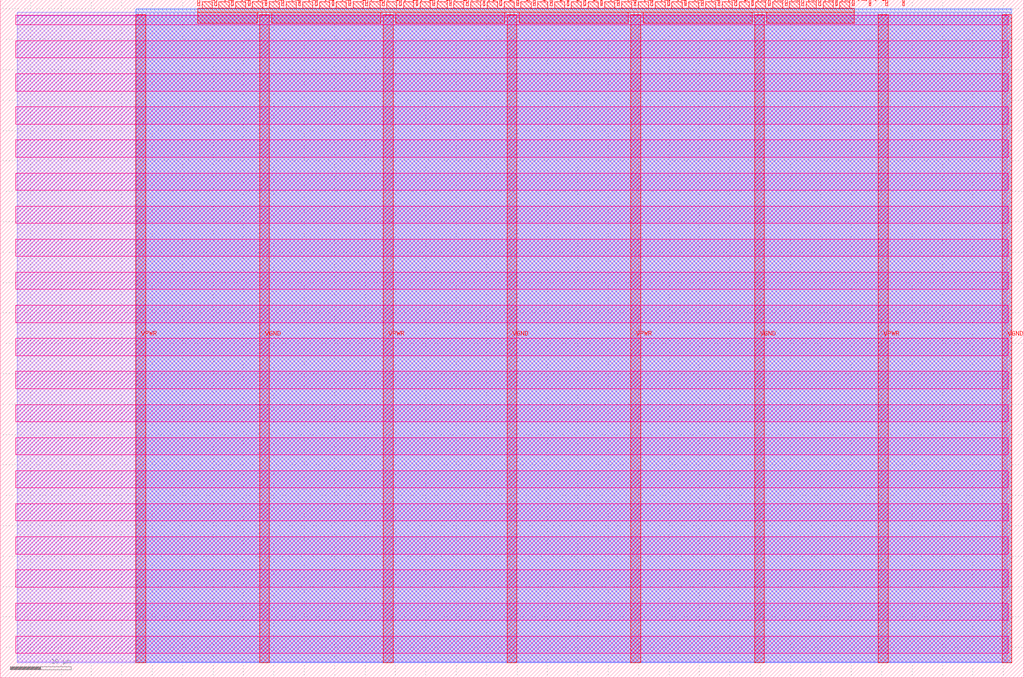
<source format=lef>
VERSION 5.7 ;
  NOWIREEXTENSIONATPIN ON ;
  DIVIDERCHAR "/" ;
  BUSBITCHARS "[]" ;
MACRO tt_um_wokwi_380408396356749313_dup
  CLASS BLOCK ;
  FOREIGN tt_um_wokwi_380408396356749313_dup ;
  ORIGIN 0.000 0.000 ;
  SIZE 168.360 BY 111.520 ;
  PIN VGND
    DIRECTION INOUT ;
    USE GROUND ;
    PORT
      LAYER met4 ;
        RECT 42.670 2.480 44.270 109.040 ;
    END
    PORT
      LAYER met4 ;
        RECT 83.380 2.480 84.980 109.040 ;
    END
    PORT
      LAYER met4 ;
        RECT 124.090 2.480 125.690 109.040 ;
    END
    PORT
      LAYER met4 ;
        RECT 164.800 2.480 166.400 109.040 ;
    END
  END VGND
  PIN VPWR
    DIRECTION INOUT ;
    USE POWER ;
    PORT
      LAYER met4 ;
        RECT 22.315 2.480 23.915 109.040 ;
    END
    PORT
      LAYER met4 ;
        RECT 63.025 2.480 64.625 109.040 ;
    END
    PORT
      LAYER met4 ;
        RECT 103.735 2.480 105.335 109.040 ;
    END
    PORT
      LAYER met4 ;
        RECT 144.445 2.480 146.045 109.040 ;
    END
  END VPWR
  PIN clk
    DIRECTION INPUT ;
    USE SIGNAL ;
    PORT
      LAYER met4 ;
        RECT 145.670 110.520 145.970 111.520 ;
    END
  END clk
  PIN ena
    DIRECTION INPUT ;
    USE SIGNAL ;
    PORT
      LAYER met4 ;
        RECT 148.430 110.520 148.730 111.520 ;
    END
  END ena
  PIN rst_n
    DIRECTION INPUT ;
    USE SIGNAL ;
    PORT
      LAYER met4 ;
        RECT 142.910 110.520 143.210 111.520 ;
    END
  END rst_n
  PIN ui_in[0]
    DIRECTION INPUT ;
    USE SIGNAL ;
    ANTENNAGATEAREA 0.196500 ;
    PORT
      LAYER met4 ;
        RECT 140.150 110.520 140.450 111.520 ;
    END
  END ui_in[0]
  PIN ui_in[1]
    DIRECTION INPUT ;
    USE SIGNAL ;
    PORT
      LAYER met4 ;
        RECT 137.390 110.520 137.690 111.520 ;
    END
  END ui_in[1]
  PIN ui_in[2]
    DIRECTION INPUT ;
    USE SIGNAL ;
    PORT
      LAYER met4 ;
        RECT 134.630 110.520 134.930 111.520 ;
    END
  END ui_in[2]
  PIN ui_in[3]
    DIRECTION INPUT ;
    USE SIGNAL ;
    PORT
      LAYER met4 ;
        RECT 131.870 110.520 132.170 111.520 ;
    END
  END ui_in[3]
  PIN ui_in[4]
    DIRECTION INPUT ;
    USE SIGNAL ;
    PORT
      LAYER met4 ;
        RECT 129.110 110.520 129.410 111.520 ;
    END
  END ui_in[4]
  PIN ui_in[5]
    DIRECTION INPUT ;
    USE SIGNAL ;
    PORT
      LAYER met4 ;
        RECT 126.350 110.520 126.650 111.520 ;
    END
  END ui_in[5]
  PIN ui_in[6]
    DIRECTION INPUT ;
    USE SIGNAL ;
    PORT
      LAYER met4 ;
        RECT 123.590 110.520 123.890 111.520 ;
    END
  END ui_in[6]
  PIN ui_in[7]
    DIRECTION INPUT ;
    USE SIGNAL ;
    PORT
      LAYER met4 ;
        RECT 120.830 110.520 121.130 111.520 ;
    END
  END ui_in[7]
  PIN uio_in[0]
    DIRECTION INPUT ;
    USE SIGNAL ;
    PORT
      LAYER met4 ;
        RECT 118.070 110.520 118.370 111.520 ;
    END
  END uio_in[0]
  PIN uio_in[1]
    DIRECTION INPUT ;
    USE SIGNAL ;
    PORT
      LAYER met4 ;
        RECT 115.310 110.520 115.610 111.520 ;
    END
  END uio_in[1]
  PIN uio_in[2]
    DIRECTION INPUT ;
    USE SIGNAL ;
    PORT
      LAYER met4 ;
        RECT 112.550 110.520 112.850 111.520 ;
    END
  END uio_in[2]
  PIN uio_in[3]
    DIRECTION INPUT ;
    USE SIGNAL ;
    PORT
      LAYER met4 ;
        RECT 109.790 110.520 110.090 111.520 ;
    END
  END uio_in[3]
  PIN uio_in[4]
    DIRECTION INPUT ;
    USE SIGNAL ;
    PORT
      LAYER met4 ;
        RECT 107.030 110.520 107.330 111.520 ;
    END
  END uio_in[4]
  PIN uio_in[5]
    DIRECTION INPUT ;
    USE SIGNAL ;
    PORT
      LAYER met4 ;
        RECT 104.270 110.520 104.570 111.520 ;
    END
  END uio_in[5]
  PIN uio_in[6]
    DIRECTION INPUT ;
    USE SIGNAL ;
    PORT
      LAYER met4 ;
        RECT 101.510 110.520 101.810 111.520 ;
    END
  END uio_in[6]
  PIN uio_in[7]
    DIRECTION INPUT ;
    USE SIGNAL ;
    PORT
      LAYER met4 ;
        RECT 98.750 110.520 99.050 111.520 ;
    END
  END uio_in[7]
  PIN uio_oe[0]
    DIRECTION OUTPUT TRISTATE ;
    USE SIGNAL ;
    PORT
      LAYER met4 ;
        RECT 51.830 110.520 52.130 111.520 ;
    END
  END uio_oe[0]
  PIN uio_oe[1]
    DIRECTION OUTPUT TRISTATE ;
    USE SIGNAL ;
    PORT
      LAYER met4 ;
        RECT 49.070 110.520 49.370 111.520 ;
    END
  END uio_oe[1]
  PIN uio_oe[2]
    DIRECTION OUTPUT TRISTATE ;
    USE SIGNAL ;
    PORT
      LAYER met4 ;
        RECT 46.310 110.520 46.610 111.520 ;
    END
  END uio_oe[2]
  PIN uio_oe[3]
    DIRECTION OUTPUT TRISTATE ;
    USE SIGNAL ;
    PORT
      LAYER met4 ;
        RECT 43.550 110.520 43.850 111.520 ;
    END
  END uio_oe[3]
  PIN uio_oe[4]
    DIRECTION OUTPUT TRISTATE ;
    USE SIGNAL ;
    PORT
      LAYER met4 ;
        RECT 40.790 110.520 41.090 111.520 ;
    END
  END uio_oe[4]
  PIN uio_oe[5]
    DIRECTION OUTPUT TRISTATE ;
    USE SIGNAL ;
    PORT
      LAYER met4 ;
        RECT 38.030 110.520 38.330 111.520 ;
    END
  END uio_oe[5]
  PIN uio_oe[6]
    DIRECTION OUTPUT TRISTATE ;
    USE SIGNAL ;
    PORT
      LAYER met4 ;
        RECT 35.270 110.520 35.570 111.520 ;
    END
  END uio_oe[6]
  PIN uio_oe[7]
    DIRECTION OUTPUT TRISTATE ;
    USE SIGNAL ;
    PORT
      LAYER met4 ;
        RECT 32.510 110.520 32.810 111.520 ;
    END
  END uio_oe[7]
  PIN uio_out[0]
    DIRECTION OUTPUT TRISTATE ;
    USE SIGNAL ;
    PORT
      LAYER met4 ;
        RECT 73.910 110.520 74.210 111.520 ;
    END
  END uio_out[0]
  PIN uio_out[1]
    DIRECTION OUTPUT TRISTATE ;
    USE SIGNAL ;
    PORT
      LAYER met4 ;
        RECT 71.150 110.520 71.450 111.520 ;
    END
  END uio_out[1]
  PIN uio_out[2]
    DIRECTION OUTPUT TRISTATE ;
    USE SIGNAL ;
    PORT
      LAYER met4 ;
        RECT 68.390 110.520 68.690 111.520 ;
    END
  END uio_out[2]
  PIN uio_out[3]
    DIRECTION OUTPUT TRISTATE ;
    USE SIGNAL ;
    PORT
      LAYER met4 ;
        RECT 65.630 110.520 65.930 111.520 ;
    END
  END uio_out[3]
  PIN uio_out[4]
    DIRECTION OUTPUT TRISTATE ;
    USE SIGNAL ;
    PORT
      LAYER met4 ;
        RECT 62.870 110.520 63.170 111.520 ;
    END
  END uio_out[4]
  PIN uio_out[5]
    DIRECTION OUTPUT TRISTATE ;
    USE SIGNAL ;
    PORT
      LAYER met4 ;
        RECT 60.110 110.520 60.410 111.520 ;
    END
  END uio_out[5]
  PIN uio_out[6]
    DIRECTION OUTPUT TRISTATE ;
    USE SIGNAL ;
    PORT
      LAYER met4 ;
        RECT 57.350 110.520 57.650 111.520 ;
    END
  END uio_out[6]
  PIN uio_out[7]
    DIRECTION OUTPUT TRISTATE ;
    USE SIGNAL ;
    PORT
      LAYER met4 ;
        RECT 54.590 110.520 54.890 111.520 ;
    END
  END uio_out[7]
  PIN uo_out[0]
    DIRECTION OUTPUT TRISTATE ;
    USE SIGNAL ;
    ANTENNADIFFAREA 0.795200 ;
    PORT
      LAYER met4 ;
        RECT 95.990 110.520 96.290 111.520 ;
    END
  END uo_out[0]
  PIN uo_out[1]
    DIRECTION OUTPUT TRISTATE ;
    USE SIGNAL ;
    ANTENNADIFFAREA 0.445500 ;
    PORT
      LAYER met4 ;
        RECT 93.230 110.520 93.530 111.520 ;
    END
  END uo_out[1]
  PIN uo_out[2]
    DIRECTION OUTPUT TRISTATE ;
    USE SIGNAL ;
    ANTENNADIFFAREA 0.445500 ;
    PORT
      LAYER met4 ;
        RECT 90.470 110.520 90.770 111.520 ;
    END
  END uo_out[2]
  PIN uo_out[3]
    DIRECTION OUTPUT TRISTATE ;
    USE SIGNAL ;
    ANTENNADIFFAREA 0.795200 ;
    PORT
      LAYER met4 ;
        RECT 87.710 110.520 88.010 111.520 ;
    END
  END uo_out[3]
  PIN uo_out[4]
    DIRECTION OUTPUT TRISTATE ;
    USE SIGNAL ;
    PORT
      LAYER met4 ;
        RECT 84.950 110.520 85.250 111.520 ;
    END
  END uo_out[4]
  PIN uo_out[5]
    DIRECTION OUTPUT TRISTATE ;
    USE SIGNAL ;
    PORT
      LAYER met4 ;
        RECT 82.190 110.520 82.490 111.520 ;
    END
  END uo_out[5]
  PIN uo_out[6]
    DIRECTION OUTPUT TRISTATE ;
    USE SIGNAL ;
    PORT
      LAYER met4 ;
        RECT 79.430 110.520 79.730 111.520 ;
    END
  END uo_out[6]
  PIN uo_out[7]
    DIRECTION OUTPUT TRISTATE ;
    USE SIGNAL ;
    PORT
      LAYER met4 ;
        RECT 76.670 110.520 76.970 111.520 ;
    END
  END uo_out[7]
  OBS
      LAYER nwell ;
        RECT 2.570 107.385 165.790 108.990 ;
        RECT 2.570 101.945 165.790 104.775 ;
        RECT 2.570 96.505 165.790 99.335 ;
        RECT 2.570 91.065 165.790 93.895 ;
        RECT 2.570 85.625 165.790 88.455 ;
        RECT 2.570 80.185 165.790 83.015 ;
        RECT 2.570 74.745 165.790 77.575 ;
        RECT 2.570 69.305 165.790 72.135 ;
        RECT 2.570 63.865 165.790 66.695 ;
        RECT 2.570 58.425 165.790 61.255 ;
        RECT 2.570 52.985 165.790 55.815 ;
        RECT 2.570 47.545 165.790 50.375 ;
        RECT 2.570 42.105 165.790 44.935 ;
        RECT 2.570 36.665 165.790 39.495 ;
        RECT 2.570 31.225 165.790 34.055 ;
        RECT 2.570 25.785 165.790 28.615 ;
        RECT 2.570 20.345 165.790 23.175 ;
        RECT 2.570 14.905 165.790 17.735 ;
        RECT 2.570 9.465 165.790 12.295 ;
        RECT 2.570 4.025 165.790 6.855 ;
      LAYER li1 ;
        RECT 2.760 2.635 165.600 108.885 ;
      LAYER met1 ;
        RECT 2.760 2.480 166.400 109.440 ;
      LAYER met2 ;
        RECT 22.345 2.535 166.370 110.005 ;
      LAYER met3 ;
        RECT 22.325 2.555 166.390 109.985 ;
      LAYER met4 ;
        RECT 33.210 110.120 34.870 111.170 ;
        RECT 35.970 110.120 37.630 111.170 ;
        RECT 38.730 110.120 40.390 111.170 ;
        RECT 41.490 110.120 43.150 111.170 ;
        RECT 44.250 110.120 45.910 111.170 ;
        RECT 47.010 110.120 48.670 111.170 ;
        RECT 49.770 110.120 51.430 111.170 ;
        RECT 52.530 110.120 54.190 111.170 ;
        RECT 55.290 110.120 56.950 111.170 ;
        RECT 58.050 110.120 59.710 111.170 ;
        RECT 60.810 110.120 62.470 111.170 ;
        RECT 63.570 110.120 65.230 111.170 ;
        RECT 66.330 110.120 67.990 111.170 ;
        RECT 69.090 110.120 70.750 111.170 ;
        RECT 71.850 110.120 73.510 111.170 ;
        RECT 74.610 110.120 76.270 111.170 ;
        RECT 77.370 110.120 79.030 111.170 ;
        RECT 80.130 110.120 81.790 111.170 ;
        RECT 82.890 110.120 84.550 111.170 ;
        RECT 85.650 110.120 87.310 111.170 ;
        RECT 88.410 110.120 90.070 111.170 ;
        RECT 91.170 110.120 92.830 111.170 ;
        RECT 93.930 110.120 95.590 111.170 ;
        RECT 96.690 110.120 98.350 111.170 ;
        RECT 99.450 110.120 101.110 111.170 ;
        RECT 102.210 110.120 103.870 111.170 ;
        RECT 104.970 110.120 106.630 111.170 ;
        RECT 107.730 110.120 109.390 111.170 ;
        RECT 110.490 110.120 112.150 111.170 ;
        RECT 113.250 110.120 114.910 111.170 ;
        RECT 116.010 110.120 117.670 111.170 ;
        RECT 118.770 110.120 120.430 111.170 ;
        RECT 121.530 110.120 123.190 111.170 ;
        RECT 124.290 110.120 125.950 111.170 ;
        RECT 127.050 110.120 128.710 111.170 ;
        RECT 129.810 110.120 131.470 111.170 ;
        RECT 132.570 110.120 134.230 111.170 ;
        RECT 135.330 110.120 136.990 111.170 ;
        RECT 138.090 110.120 139.750 111.170 ;
        RECT 32.495 109.440 140.465 110.120 ;
        RECT 32.495 107.615 42.270 109.440 ;
        RECT 44.670 107.615 62.625 109.440 ;
        RECT 65.025 107.615 82.980 109.440 ;
        RECT 85.380 107.615 103.335 109.440 ;
        RECT 105.735 107.615 123.690 109.440 ;
        RECT 126.090 107.615 140.465 109.440 ;
  END
END tt_um_wokwi_380408396356749313_dup
END LIBRARY


</source>
